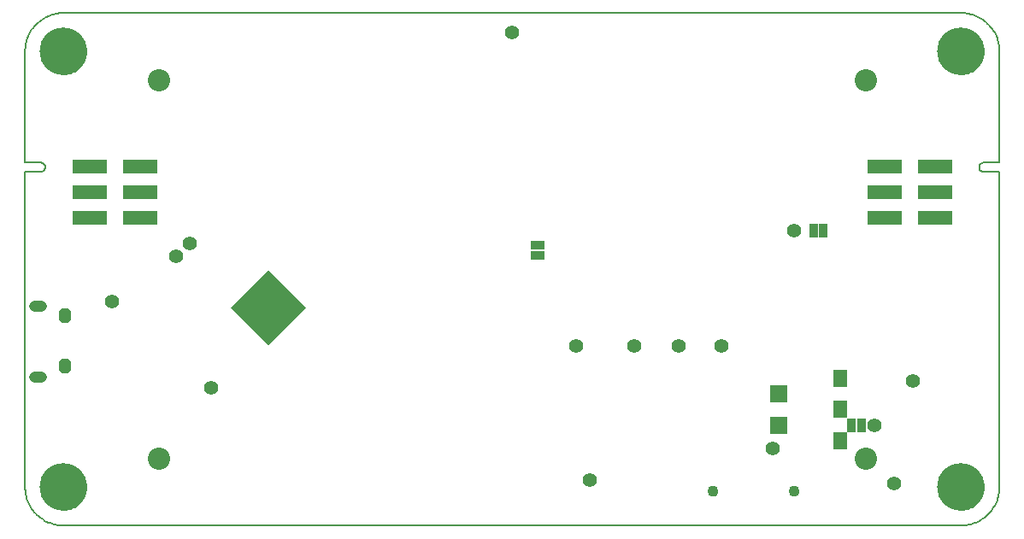
<source format=gbs>
G75*
%MOIN*%
%OFA0B0*%
%FSLAX24Y24*%
%IPPOS*%
%LPD*%
%AMOC8*
5,1,8,0,0,1.08239X$1,22.5*
%
%ADD10C,0.0050*%
%ADD11C,0.0000*%
%ADD12C,0.1852*%
%ADD13R,0.1340X0.0580*%
%ADD14C,0.0867*%
%ADD15C,0.0341*%
%ADD16C,0.0434*%
%ADD17C,0.0556*%
%ADD18R,0.0552X0.0671*%
%ADD19R,0.0671X0.0671*%
%ADD20R,0.0330X0.0580*%
%ADD21R,0.2080X0.2080*%
%ADD22C,0.0430*%
%ADD23R,0.0580X0.0330*%
D10*
X017760Y016393D02*
X052760Y016393D01*
X052836Y016395D01*
X052912Y016401D01*
X052987Y016410D01*
X053062Y016424D01*
X053136Y016441D01*
X053209Y016462D01*
X053281Y016486D01*
X053352Y016515D01*
X053421Y016546D01*
X053488Y016581D01*
X053553Y016620D01*
X053617Y016662D01*
X053678Y016707D01*
X053737Y016755D01*
X053793Y016806D01*
X053847Y016860D01*
X053898Y016916D01*
X053946Y016975D01*
X053991Y017036D01*
X054033Y017100D01*
X054072Y017165D01*
X054107Y017232D01*
X054138Y017301D01*
X054167Y017372D01*
X054191Y017444D01*
X054212Y017517D01*
X054229Y017591D01*
X054243Y017666D01*
X054252Y017741D01*
X054258Y017817D01*
X054260Y017893D01*
X054260Y030200D01*
X053649Y030200D01*
X053649Y030201D02*
X053624Y030203D01*
X053599Y030208D01*
X053575Y030217D01*
X053553Y030229D01*
X053533Y030244D01*
X053515Y030262D01*
X053500Y030282D01*
X053488Y030304D01*
X053479Y030328D01*
X053474Y030353D01*
X053472Y030378D01*
X053474Y030403D01*
X053479Y030428D01*
X053488Y030452D01*
X053500Y030474D01*
X053515Y030494D01*
X053533Y030512D01*
X053553Y030527D01*
X053575Y030539D01*
X053599Y030548D01*
X053624Y030553D01*
X053649Y030555D01*
X054260Y030555D01*
X054260Y034893D01*
X054258Y034969D01*
X054252Y035045D01*
X054243Y035120D01*
X054229Y035195D01*
X054212Y035269D01*
X054191Y035342D01*
X054167Y035414D01*
X054138Y035485D01*
X054107Y035554D01*
X054072Y035621D01*
X054033Y035686D01*
X053991Y035750D01*
X053946Y035811D01*
X053898Y035870D01*
X053847Y035926D01*
X053793Y035980D01*
X053737Y036031D01*
X053678Y036079D01*
X053617Y036124D01*
X053553Y036166D01*
X053488Y036205D01*
X053421Y036240D01*
X053352Y036271D01*
X053281Y036300D01*
X053209Y036324D01*
X053136Y036345D01*
X053062Y036362D01*
X052987Y036376D01*
X052912Y036385D01*
X052836Y036391D01*
X052760Y036393D01*
X017760Y036393D01*
X017684Y036391D01*
X017608Y036385D01*
X017533Y036376D01*
X017458Y036362D01*
X017384Y036345D01*
X017311Y036324D01*
X017239Y036300D01*
X017168Y036271D01*
X017099Y036240D01*
X017032Y036205D01*
X016967Y036166D01*
X016903Y036124D01*
X016842Y036079D01*
X016783Y036031D01*
X016727Y035980D01*
X016673Y035926D01*
X016622Y035870D01*
X016574Y035811D01*
X016529Y035750D01*
X016487Y035686D01*
X016448Y035621D01*
X016413Y035554D01*
X016382Y035485D01*
X016353Y035414D01*
X016329Y035342D01*
X016308Y035269D01*
X016291Y035195D01*
X016277Y035120D01*
X016268Y035045D01*
X016262Y034969D01*
X016260Y034893D01*
X016260Y030555D01*
X016870Y030555D01*
X016895Y030553D01*
X016920Y030548D01*
X016944Y030539D01*
X016966Y030527D01*
X016986Y030512D01*
X017004Y030494D01*
X017019Y030474D01*
X017031Y030452D01*
X017040Y030428D01*
X017045Y030403D01*
X017047Y030378D01*
X017045Y030353D01*
X017040Y030328D01*
X017031Y030304D01*
X017019Y030282D01*
X017004Y030262D01*
X016986Y030244D01*
X016966Y030229D01*
X016944Y030217D01*
X016920Y030208D01*
X016895Y030203D01*
X016870Y030201D01*
X016870Y030200D02*
X016260Y030200D01*
X016260Y017893D01*
X016262Y017817D01*
X016268Y017741D01*
X016277Y017666D01*
X016291Y017591D01*
X016308Y017517D01*
X016329Y017444D01*
X016353Y017372D01*
X016382Y017301D01*
X016413Y017232D01*
X016448Y017165D01*
X016487Y017100D01*
X016529Y017036D01*
X016574Y016975D01*
X016622Y016916D01*
X016673Y016860D01*
X016727Y016806D01*
X016783Y016755D01*
X016842Y016707D01*
X016903Y016662D01*
X016967Y016620D01*
X017032Y016581D01*
X017099Y016546D01*
X017168Y016515D01*
X017239Y016486D01*
X017311Y016462D01*
X017384Y016441D01*
X017458Y016424D01*
X017533Y016410D01*
X017608Y016401D01*
X017684Y016395D01*
X017760Y016393D01*
D11*
X016874Y017893D02*
X016876Y017952D01*
X016882Y018011D01*
X016892Y018069D01*
X016905Y018127D01*
X016923Y018184D01*
X016944Y018239D01*
X016969Y018293D01*
X016998Y018345D01*
X017030Y018394D01*
X017065Y018442D01*
X017103Y018487D01*
X017144Y018530D01*
X017188Y018570D01*
X017234Y018606D01*
X017283Y018640D01*
X017334Y018670D01*
X017387Y018697D01*
X017442Y018720D01*
X017497Y018739D01*
X017555Y018755D01*
X017613Y018767D01*
X017671Y018775D01*
X017730Y018779D01*
X017790Y018779D01*
X017849Y018775D01*
X017907Y018767D01*
X017965Y018755D01*
X018023Y018739D01*
X018078Y018720D01*
X018133Y018697D01*
X018186Y018670D01*
X018237Y018640D01*
X018286Y018606D01*
X018332Y018570D01*
X018376Y018530D01*
X018417Y018487D01*
X018455Y018442D01*
X018490Y018394D01*
X018522Y018345D01*
X018551Y018293D01*
X018576Y018239D01*
X018597Y018184D01*
X018615Y018127D01*
X018628Y018069D01*
X018638Y018011D01*
X018644Y017952D01*
X018646Y017893D01*
X018644Y017834D01*
X018638Y017775D01*
X018628Y017717D01*
X018615Y017659D01*
X018597Y017602D01*
X018576Y017547D01*
X018551Y017493D01*
X018522Y017441D01*
X018490Y017392D01*
X018455Y017344D01*
X018417Y017299D01*
X018376Y017256D01*
X018332Y017216D01*
X018286Y017180D01*
X018237Y017146D01*
X018186Y017116D01*
X018133Y017089D01*
X018078Y017066D01*
X018023Y017047D01*
X017965Y017031D01*
X017907Y017019D01*
X017849Y017011D01*
X017790Y017007D01*
X017730Y017007D01*
X017671Y017011D01*
X017613Y017019D01*
X017555Y017031D01*
X017497Y017047D01*
X017442Y017066D01*
X017387Y017089D01*
X017334Y017116D01*
X017283Y017146D01*
X017234Y017180D01*
X017188Y017216D01*
X017144Y017256D01*
X017103Y017299D01*
X017065Y017344D01*
X017030Y017392D01*
X016998Y017441D01*
X016969Y017493D01*
X016944Y017547D01*
X016923Y017602D01*
X016905Y017659D01*
X016892Y017717D01*
X016882Y017775D01*
X016876Y017834D01*
X016874Y017893D01*
X021086Y019011D02*
X021088Y019050D01*
X021094Y019089D01*
X021104Y019127D01*
X021117Y019164D01*
X021134Y019199D01*
X021154Y019233D01*
X021178Y019264D01*
X021205Y019293D01*
X021234Y019319D01*
X021266Y019342D01*
X021300Y019362D01*
X021336Y019378D01*
X021373Y019390D01*
X021412Y019399D01*
X021451Y019404D01*
X021490Y019405D01*
X021529Y019402D01*
X021568Y019395D01*
X021605Y019384D01*
X021642Y019370D01*
X021677Y019352D01*
X021710Y019331D01*
X021741Y019306D01*
X021769Y019279D01*
X021794Y019249D01*
X021816Y019216D01*
X021835Y019182D01*
X021850Y019146D01*
X021862Y019108D01*
X021870Y019070D01*
X021874Y019031D01*
X021874Y018991D01*
X021870Y018952D01*
X021862Y018914D01*
X021850Y018876D01*
X021835Y018840D01*
X021816Y018806D01*
X021794Y018773D01*
X021769Y018743D01*
X021741Y018716D01*
X021710Y018691D01*
X021677Y018670D01*
X021642Y018652D01*
X021605Y018638D01*
X021568Y018627D01*
X021529Y018620D01*
X021490Y018617D01*
X021451Y018618D01*
X021412Y018623D01*
X021373Y018632D01*
X021336Y018644D01*
X021300Y018660D01*
X021266Y018680D01*
X021234Y018703D01*
X021205Y018729D01*
X021178Y018758D01*
X021154Y018789D01*
X021134Y018823D01*
X021117Y018858D01*
X021104Y018895D01*
X021094Y018933D01*
X021088Y018972D01*
X021086Y019011D01*
X021086Y033775D02*
X021088Y033814D01*
X021094Y033853D01*
X021104Y033891D01*
X021117Y033928D01*
X021134Y033963D01*
X021154Y033997D01*
X021178Y034028D01*
X021205Y034057D01*
X021234Y034083D01*
X021266Y034106D01*
X021300Y034126D01*
X021336Y034142D01*
X021373Y034154D01*
X021412Y034163D01*
X021451Y034168D01*
X021490Y034169D01*
X021529Y034166D01*
X021568Y034159D01*
X021605Y034148D01*
X021642Y034134D01*
X021677Y034116D01*
X021710Y034095D01*
X021741Y034070D01*
X021769Y034043D01*
X021794Y034013D01*
X021816Y033980D01*
X021835Y033946D01*
X021850Y033910D01*
X021862Y033872D01*
X021870Y033834D01*
X021874Y033795D01*
X021874Y033755D01*
X021870Y033716D01*
X021862Y033678D01*
X021850Y033640D01*
X021835Y033604D01*
X021816Y033570D01*
X021794Y033537D01*
X021769Y033507D01*
X021741Y033480D01*
X021710Y033455D01*
X021677Y033434D01*
X021642Y033416D01*
X021605Y033402D01*
X021568Y033391D01*
X021529Y033384D01*
X021490Y033381D01*
X021451Y033382D01*
X021412Y033387D01*
X021373Y033396D01*
X021336Y033408D01*
X021300Y033424D01*
X021266Y033444D01*
X021234Y033467D01*
X021205Y033493D01*
X021178Y033522D01*
X021154Y033553D01*
X021134Y033587D01*
X021117Y033622D01*
X021104Y033659D01*
X021094Y033697D01*
X021088Y033736D01*
X021086Y033775D01*
X016874Y034893D02*
X016876Y034952D01*
X016882Y035011D01*
X016892Y035069D01*
X016905Y035127D01*
X016923Y035184D01*
X016944Y035239D01*
X016969Y035293D01*
X016998Y035345D01*
X017030Y035394D01*
X017065Y035442D01*
X017103Y035487D01*
X017144Y035530D01*
X017188Y035570D01*
X017234Y035606D01*
X017283Y035640D01*
X017334Y035670D01*
X017387Y035697D01*
X017442Y035720D01*
X017497Y035739D01*
X017555Y035755D01*
X017613Y035767D01*
X017671Y035775D01*
X017730Y035779D01*
X017790Y035779D01*
X017849Y035775D01*
X017907Y035767D01*
X017965Y035755D01*
X018023Y035739D01*
X018078Y035720D01*
X018133Y035697D01*
X018186Y035670D01*
X018237Y035640D01*
X018286Y035606D01*
X018332Y035570D01*
X018376Y035530D01*
X018417Y035487D01*
X018455Y035442D01*
X018490Y035394D01*
X018522Y035345D01*
X018551Y035293D01*
X018576Y035239D01*
X018597Y035184D01*
X018615Y035127D01*
X018628Y035069D01*
X018638Y035011D01*
X018644Y034952D01*
X018646Y034893D01*
X018644Y034834D01*
X018638Y034775D01*
X018628Y034717D01*
X018615Y034659D01*
X018597Y034602D01*
X018576Y034547D01*
X018551Y034493D01*
X018522Y034441D01*
X018490Y034392D01*
X018455Y034344D01*
X018417Y034299D01*
X018376Y034256D01*
X018332Y034216D01*
X018286Y034180D01*
X018237Y034146D01*
X018186Y034116D01*
X018133Y034089D01*
X018078Y034066D01*
X018023Y034047D01*
X017965Y034031D01*
X017907Y034019D01*
X017849Y034011D01*
X017790Y034007D01*
X017730Y034007D01*
X017671Y034011D01*
X017613Y034019D01*
X017555Y034031D01*
X017497Y034047D01*
X017442Y034066D01*
X017387Y034089D01*
X017334Y034116D01*
X017283Y034146D01*
X017234Y034180D01*
X017188Y034216D01*
X017144Y034256D01*
X017103Y034299D01*
X017065Y034344D01*
X017030Y034392D01*
X016998Y034441D01*
X016969Y034493D01*
X016944Y034547D01*
X016923Y034602D01*
X016905Y034659D01*
X016892Y034717D01*
X016882Y034775D01*
X016876Y034834D01*
X016874Y034893D01*
X042911Y017729D02*
X042913Y017755D01*
X042919Y017781D01*
X042928Y017805D01*
X042941Y017828D01*
X042958Y017848D01*
X042977Y017866D01*
X042999Y017881D01*
X043022Y017892D01*
X043047Y017900D01*
X043073Y017904D01*
X043099Y017904D01*
X043125Y017900D01*
X043150Y017892D01*
X043174Y017881D01*
X043195Y017866D01*
X043214Y017848D01*
X043231Y017828D01*
X043244Y017805D01*
X043253Y017781D01*
X043259Y017755D01*
X043261Y017729D01*
X043259Y017703D01*
X043253Y017677D01*
X043244Y017653D01*
X043231Y017630D01*
X043214Y017610D01*
X043195Y017592D01*
X043173Y017577D01*
X043150Y017566D01*
X043125Y017558D01*
X043099Y017554D01*
X043073Y017554D01*
X043047Y017558D01*
X043022Y017566D01*
X042998Y017577D01*
X042977Y017592D01*
X042958Y017610D01*
X042941Y017630D01*
X042928Y017653D01*
X042919Y017677D01*
X042913Y017703D01*
X042911Y017729D01*
X046060Y017729D02*
X046062Y017755D01*
X046068Y017781D01*
X046077Y017805D01*
X046090Y017828D01*
X046107Y017848D01*
X046126Y017866D01*
X046148Y017881D01*
X046171Y017892D01*
X046196Y017900D01*
X046222Y017904D01*
X046248Y017904D01*
X046274Y017900D01*
X046299Y017892D01*
X046323Y017881D01*
X046344Y017866D01*
X046363Y017848D01*
X046380Y017828D01*
X046393Y017805D01*
X046402Y017781D01*
X046408Y017755D01*
X046410Y017729D01*
X046408Y017703D01*
X046402Y017677D01*
X046393Y017653D01*
X046380Y017630D01*
X046363Y017610D01*
X046344Y017592D01*
X046322Y017577D01*
X046299Y017566D01*
X046274Y017558D01*
X046248Y017554D01*
X046222Y017554D01*
X046196Y017558D01*
X046171Y017566D01*
X046147Y017577D01*
X046126Y017592D01*
X046107Y017610D01*
X046090Y017630D01*
X046077Y017653D01*
X046068Y017677D01*
X046062Y017703D01*
X046060Y017729D01*
X048645Y019011D02*
X048647Y019050D01*
X048653Y019089D01*
X048663Y019127D01*
X048676Y019164D01*
X048693Y019199D01*
X048713Y019233D01*
X048737Y019264D01*
X048764Y019293D01*
X048793Y019319D01*
X048825Y019342D01*
X048859Y019362D01*
X048895Y019378D01*
X048932Y019390D01*
X048971Y019399D01*
X049010Y019404D01*
X049049Y019405D01*
X049088Y019402D01*
X049127Y019395D01*
X049164Y019384D01*
X049201Y019370D01*
X049236Y019352D01*
X049269Y019331D01*
X049300Y019306D01*
X049328Y019279D01*
X049353Y019249D01*
X049375Y019216D01*
X049394Y019182D01*
X049409Y019146D01*
X049421Y019108D01*
X049429Y019070D01*
X049433Y019031D01*
X049433Y018991D01*
X049429Y018952D01*
X049421Y018914D01*
X049409Y018876D01*
X049394Y018840D01*
X049375Y018806D01*
X049353Y018773D01*
X049328Y018743D01*
X049300Y018716D01*
X049269Y018691D01*
X049236Y018670D01*
X049201Y018652D01*
X049164Y018638D01*
X049127Y018627D01*
X049088Y018620D01*
X049049Y018617D01*
X049010Y018618D01*
X048971Y018623D01*
X048932Y018632D01*
X048895Y018644D01*
X048859Y018660D01*
X048825Y018680D01*
X048793Y018703D01*
X048764Y018729D01*
X048737Y018758D01*
X048713Y018789D01*
X048693Y018823D01*
X048676Y018858D01*
X048663Y018895D01*
X048653Y018933D01*
X048647Y018972D01*
X048645Y019011D01*
X051874Y017893D02*
X051876Y017952D01*
X051882Y018011D01*
X051892Y018069D01*
X051905Y018127D01*
X051923Y018184D01*
X051944Y018239D01*
X051969Y018293D01*
X051998Y018345D01*
X052030Y018394D01*
X052065Y018442D01*
X052103Y018487D01*
X052144Y018530D01*
X052188Y018570D01*
X052234Y018606D01*
X052283Y018640D01*
X052334Y018670D01*
X052387Y018697D01*
X052442Y018720D01*
X052497Y018739D01*
X052555Y018755D01*
X052613Y018767D01*
X052671Y018775D01*
X052730Y018779D01*
X052790Y018779D01*
X052849Y018775D01*
X052907Y018767D01*
X052965Y018755D01*
X053023Y018739D01*
X053078Y018720D01*
X053133Y018697D01*
X053186Y018670D01*
X053237Y018640D01*
X053286Y018606D01*
X053332Y018570D01*
X053376Y018530D01*
X053417Y018487D01*
X053455Y018442D01*
X053490Y018394D01*
X053522Y018345D01*
X053551Y018293D01*
X053576Y018239D01*
X053597Y018184D01*
X053615Y018127D01*
X053628Y018069D01*
X053638Y018011D01*
X053644Y017952D01*
X053646Y017893D01*
X053644Y017834D01*
X053638Y017775D01*
X053628Y017717D01*
X053615Y017659D01*
X053597Y017602D01*
X053576Y017547D01*
X053551Y017493D01*
X053522Y017441D01*
X053490Y017392D01*
X053455Y017344D01*
X053417Y017299D01*
X053376Y017256D01*
X053332Y017216D01*
X053286Y017180D01*
X053237Y017146D01*
X053186Y017116D01*
X053133Y017089D01*
X053078Y017066D01*
X053023Y017047D01*
X052965Y017031D01*
X052907Y017019D01*
X052849Y017011D01*
X052790Y017007D01*
X052730Y017007D01*
X052671Y017011D01*
X052613Y017019D01*
X052555Y017031D01*
X052497Y017047D01*
X052442Y017066D01*
X052387Y017089D01*
X052334Y017116D01*
X052283Y017146D01*
X052234Y017180D01*
X052188Y017216D01*
X052144Y017256D01*
X052103Y017299D01*
X052065Y017344D01*
X052030Y017392D01*
X051998Y017441D01*
X051969Y017493D01*
X051944Y017547D01*
X051923Y017602D01*
X051905Y017659D01*
X051892Y017717D01*
X051882Y017775D01*
X051876Y017834D01*
X051874Y017893D01*
X048645Y033775D02*
X048647Y033814D01*
X048653Y033853D01*
X048663Y033891D01*
X048676Y033928D01*
X048693Y033963D01*
X048713Y033997D01*
X048737Y034028D01*
X048764Y034057D01*
X048793Y034083D01*
X048825Y034106D01*
X048859Y034126D01*
X048895Y034142D01*
X048932Y034154D01*
X048971Y034163D01*
X049010Y034168D01*
X049049Y034169D01*
X049088Y034166D01*
X049127Y034159D01*
X049164Y034148D01*
X049201Y034134D01*
X049236Y034116D01*
X049269Y034095D01*
X049300Y034070D01*
X049328Y034043D01*
X049353Y034013D01*
X049375Y033980D01*
X049394Y033946D01*
X049409Y033910D01*
X049421Y033872D01*
X049429Y033834D01*
X049433Y033795D01*
X049433Y033755D01*
X049429Y033716D01*
X049421Y033678D01*
X049409Y033640D01*
X049394Y033604D01*
X049375Y033570D01*
X049353Y033537D01*
X049328Y033507D01*
X049300Y033480D01*
X049269Y033455D01*
X049236Y033434D01*
X049201Y033416D01*
X049164Y033402D01*
X049127Y033391D01*
X049088Y033384D01*
X049049Y033381D01*
X049010Y033382D01*
X048971Y033387D01*
X048932Y033396D01*
X048895Y033408D01*
X048859Y033424D01*
X048825Y033444D01*
X048793Y033467D01*
X048764Y033493D01*
X048737Y033522D01*
X048713Y033553D01*
X048693Y033587D01*
X048676Y033622D01*
X048663Y033659D01*
X048653Y033697D01*
X048647Y033736D01*
X048645Y033775D01*
X051874Y034893D02*
X051876Y034952D01*
X051882Y035011D01*
X051892Y035069D01*
X051905Y035127D01*
X051923Y035184D01*
X051944Y035239D01*
X051969Y035293D01*
X051998Y035345D01*
X052030Y035394D01*
X052065Y035442D01*
X052103Y035487D01*
X052144Y035530D01*
X052188Y035570D01*
X052234Y035606D01*
X052283Y035640D01*
X052334Y035670D01*
X052387Y035697D01*
X052442Y035720D01*
X052497Y035739D01*
X052555Y035755D01*
X052613Y035767D01*
X052671Y035775D01*
X052730Y035779D01*
X052790Y035779D01*
X052849Y035775D01*
X052907Y035767D01*
X052965Y035755D01*
X053023Y035739D01*
X053078Y035720D01*
X053133Y035697D01*
X053186Y035670D01*
X053237Y035640D01*
X053286Y035606D01*
X053332Y035570D01*
X053376Y035530D01*
X053417Y035487D01*
X053455Y035442D01*
X053490Y035394D01*
X053522Y035345D01*
X053551Y035293D01*
X053576Y035239D01*
X053597Y035184D01*
X053615Y035127D01*
X053628Y035069D01*
X053638Y035011D01*
X053644Y034952D01*
X053646Y034893D01*
X053644Y034834D01*
X053638Y034775D01*
X053628Y034717D01*
X053615Y034659D01*
X053597Y034602D01*
X053576Y034547D01*
X053551Y034493D01*
X053522Y034441D01*
X053490Y034392D01*
X053455Y034344D01*
X053417Y034299D01*
X053376Y034256D01*
X053332Y034216D01*
X053286Y034180D01*
X053237Y034146D01*
X053186Y034116D01*
X053133Y034089D01*
X053078Y034066D01*
X053023Y034047D01*
X052965Y034031D01*
X052907Y034019D01*
X052849Y034011D01*
X052790Y034007D01*
X052730Y034007D01*
X052671Y034011D01*
X052613Y034019D01*
X052555Y034031D01*
X052497Y034047D01*
X052442Y034066D01*
X052387Y034089D01*
X052334Y034116D01*
X052283Y034146D01*
X052234Y034180D01*
X052188Y034216D01*
X052144Y034256D01*
X052103Y034299D01*
X052065Y034344D01*
X052030Y034392D01*
X051998Y034441D01*
X051969Y034493D01*
X051944Y034547D01*
X051923Y034602D01*
X051905Y034659D01*
X051892Y034717D01*
X051882Y034775D01*
X051876Y034834D01*
X051874Y034893D01*
D12*
X052760Y034893D03*
X052760Y017893D03*
X017760Y017893D03*
X017760Y034893D03*
D13*
X018767Y030393D03*
X018767Y029393D03*
X018767Y028393D03*
X020752Y028393D03*
X020752Y029393D03*
X020752Y030393D03*
X049767Y030393D03*
X049767Y029393D03*
X049767Y028393D03*
X051752Y028393D03*
X051752Y029393D03*
X051752Y030393D03*
D14*
X049039Y033775D03*
X049039Y019011D03*
X021480Y019011D03*
X021480Y033775D03*
D15*
X017766Y024694D02*
X017766Y024462D01*
X017766Y024694D02*
X017880Y024694D01*
X017880Y024462D01*
X017766Y024462D01*
X017766Y022725D02*
X017766Y022493D01*
X017766Y022725D02*
X017880Y022725D01*
X017880Y022493D01*
X017766Y022493D01*
D16*
X016888Y022215D02*
X016632Y022215D01*
X016632Y024971D02*
X016888Y024971D01*
D17*
X019646Y025143D03*
X022157Y026893D03*
X022697Y027393D03*
X023510Y021768D03*
X037760Y023393D03*
X040010Y023393D03*
X041760Y023393D03*
X043416Y023393D03*
X045409Y019393D03*
X049385Y020309D03*
X050884Y022043D03*
X050135Y018018D03*
X038285Y018168D03*
X046260Y027893D03*
X035260Y035643D03*
D18*
X048039Y022141D03*
X048039Y020921D03*
X048039Y019700D03*
D19*
X045637Y020311D03*
X045637Y021531D03*
D20*
X048497Y020309D03*
X048897Y020309D03*
X047374Y027893D03*
X047020Y027893D03*
D21*
G36*
X027230Y024893D02*
X025760Y023423D01*
X024290Y024893D01*
X025760Y026363D01*
X027230Y024893D01*
G37*
D22*
X043086Y017729D03*
X046235Y017729D03*
D23*
X036260Y026943D03*
X036260Y027343D03*
M02*

</source>
